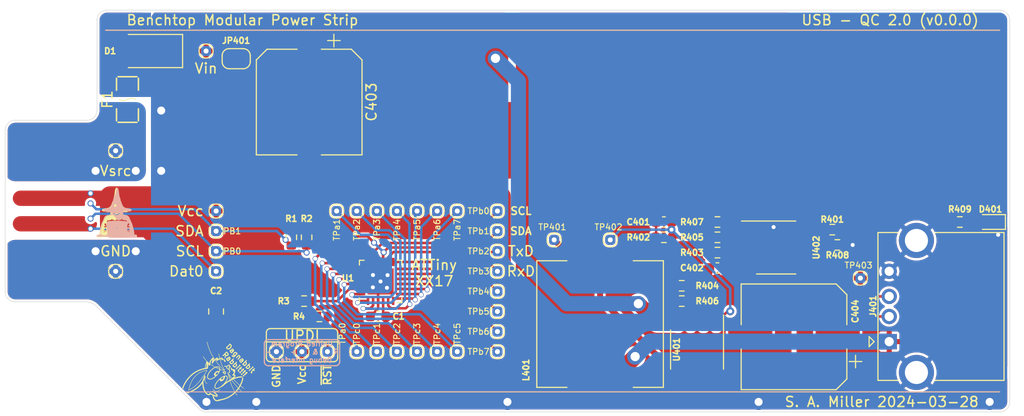
<source format=kicad_pcb>
(kicad_pcb (version 20211014) (generator pcbnew)
  (title_block (title "Benchtop Modular Power Strip") (date "2024-03-28") (rev "0.0.0") (company "S. A. Miller") (comment 1 "USB") (comment 2 "QC 2.0"))
  (layers (0 "F.Cu" signal) (31 "B.Cu" signal) (34 "B.Paste" user) (35 "F.Paste" user) (36 "B.SilkS" user "B.Silkscreen") (37 "F.SilkS" user "F.Silkscreen") (38 "B.Mask" user) (39 "F.Mask" user) (44 "Edge.Cuts" user))
  (net 0 "")
  (net 1 "GND")
  (net 2 "~{RESET}")
  (net 3 "Dat0")
  (net 4 "PA4")
  (net 5 "PA5")
  (net 6 "PA6")
  (net 7 "PA7")
  (net 8 "PB2")
  (net 9 "PB3")
  (net 10 "PA1")
  (net 11 "PA2")
  (net 12 "PA3")
  (net 13 "PB0")
  (net 14 "PB1")
  (net 15 "PB4")
  (net 16 "PB5")
  (net 17 "PB6")
  (net 18 "PB7")
  (net 19 "PC2")
  (net 20 "PC3")
  (net 21 "PC4")
  (net 22 "PC5")
  (net 23 "Vsrc")
  (net 24 "Vin")
  (net 25 "/Source Power Rail/Vprot")
  (net 26 "/ATTinyXX17/PA0")
  (net 27 "I2C-Vcc")
  (net 28 "PC0")
  (net 29 "PC1")
  (net 30 "Vout")
  (net 31 "Net-(C401-Pad2)")
  (net 32 "Net-(C402-Pad2)")
  (net 33 "VswA")
  (net 34 "Net-(D401-Pad2)")
  (net 35 "Net-(J401-Pad2)")
  (net 36 "Net-(J401-Pad3)")
  (net 37 "/USB-QC/Vmid")
  (net 38 "Net-(R403-Pad1)")
  (net 39 "Net-(R404-Pad1)")
  (net 40 "Net-(R405-Pad1)")
  (net 41 "Net-(R406-Pad1)")
  (net 42 "Net-(R408-Pad1)")
  (footprint "tinker:TestPoint_THTPad_D1.0mm_Drill0.5mm" (layer "F.Cu") (at 87 114)
    (fp_text reference "TPc1")
    (fp_text value "CtrlC" hide)
  )
  (footprint "tinker:TestPoint_THTPad_D1.0mm_Drill0.5mm" (layer "F.Cu") (at 135.128 106.68)
    (fp_text reference "TP403")
    (fp_text value "Vout" hide)
  )
  (footprint "Capacitor_SMD:C_0805_2012Metric" (layer "F.Cu") (at 71 110 -90)
    (fp_text reference "C2")
    (fp_text value "4.7uF")
  )
  (footprint "Resistor_SMD:R_0603_1608Metric" (layer "F.Cu") (at 79.756 108.966)
    (fp_text reference "R3")
    (fp_text value "10k")
  )
  (footprint "tinker:TestPoint_THTPad_D1.0mm_Drill0.5mm" (layer "F.Cu") (at 71 106)
    (fp_text reference "TP3" hide)
    (fp_text value "Dat0" hide)
  )
  (footprint "tinker:TestPoint_THTPad_D1.0mm_Drill0.5mm" (layer "F.Cu") (at 61 94)
    (fp_text reference "TP1" hide)
    (fp_text value "Vsrc" hide)
  )
  (footprint "tinker:TestPoint_THTPad_D1.0mm_Drill0.5mm" (layer "F.Cu") (at 93 114 90)
    (fp_text reference "TPc4")
    (fp_text value "CtrlC" hide)
  )
  (footprint "Capacitor_SMD:C_0603_1608Metric" (layer "F.Cu") (at 87.122 110.49 180)
    (fp_text reference "C1")
    (fp_text value "100nF")
  )
  (footprint "Capacitor_SMD:CP_Elec_10x7.7" (layer "F.Cu") (at 80.264 89.154 -90)
    (fp_text reference "C403")
    (fp_text value "100u")
  )
  (footprint "tinker:TestPoint_THTPad_D1.0mm_Drill0.5mm" (layer "F.Cu") (at 99 108)
    (fp_text reference "TPb4")
    (fp_text value "CtrlB" hide)
  )
  (footprint "tinker:F1206" (layer "F.Cu") (at 62.176 88.9 90)
    (fp_text reference "F1")
    (fp_text value "Polyfuse" hide)
  )
  (footprint "Resistor_SMD:R_0603_1608Metric" (layer "F.Cu") (at 78.486 102.616 -90)
    (fp_text reference "R1")
    (fp_text value "10k")
  )
  (footprint "tinker:TestPoint_THTPad_D1.0mm_Drill0.5mm" (layer "F.Cu") (at 85 100 90)
    (fp_text reference "TPa2")
    (fp_text value "CtrlA" hide)
  )
  (footprint "tinker:TestPoint_THTPad_D1.0mm_Drill0.5mm" (layer "F.Cu") (at 95 114 90)
    (fp_text reference "TPc5")
    (fp_text value "CtrlC" hide)
  )
  (footprint "Resistor_SMD:R_0603_1608Metric" (layer "F.Cu") (at 117.348 107.442 180)
    (fp_text reference "R404")
    (fp_text value "NC")
  )
  (footprint "Package_SO:SSOP-8_3.9x5.05mm_P1.27mm" (layer "F.Cu") (at 118.872 113.792 -90)
    (fp_text reference "U401")
    (fp_text value "PL2733A")
  )
  (footprint "Resistor_SMD:R_0603_1608Metric" (layer "F.Cu") (at 81.28 110.49)
    (fp_text reference "R4")
    (fp_text value "330R")
  )
  (footprint "Resistor_SMD:R_0603_1608Metric" (layer "F.Cu") (at 132.842 103.378)
    (fp_text reference "R408")
    (fp_text value "127K")
  )
  (footprint "Resistor_SMD:R_0603_1608Metric" (layer "F.Cu") (at 117.348 108.966 180)
    (fp_text reference "R406")
    (fp_text value "82K")
  )
  (footprint "tinker:TestPoint_THTPad_D1.0mm_Drill0.5mm" (layer "F.Cu") (at 110.236 102.87)
    (fp_text reference "TP402")
    (fp_text value "FB" hide)
  )
  (footprint "tinker:USB_A_Female_THT" (layer "F.Cu") (at 138 113 90)
    (fp_text reference "J401")
    (fp_text value "USB_A")
  )
  (footprint "tinker:TestPoint_THTPad_D1.0mm_Drill0.5mm" (layer "F.Cu") (at 89 100 90)
    (fp_text reference "TPa4")
    (fp_text value "CtrlA" hide)
  )
  (footprint "tinker:TestPoint_THTPad_D1.0mm_Drill0.5mm" (layer "F.Cu") (at 77 114 90)
    (fp_text reference "TP9" hide)
    (fp_text value "GND" hide)
  )
  (footprint "tinker:TestPoint_THTPad_D1.0mm_Drill0.5mm" (layer "F.Cu") (at 99 102)
    (fp_text reference "TPb1")
    (fp_text value "CtrlB" hide)
  )
  (footprint "tinker:TestPoint_THTPad_D1.0mm_Drill0.5mm" (layer "F.Cu") (at 89 114 90)
    (fp_text reference "TPc2")
    (fp_text value "CtrlC" hide)
  )
  (footprint "tinker:TestPoint_THTPad_D1.0mm_Drill0.5mm" (layer "F.Cu") (at 95 100 90)
    (fp_text reference "TPa7")
    (fp_text value "CtrlA" hide)
  )
  (footprint "Package_DFN_QFN:QFN-24-1EP_4x4mm_P0.5mm_EP2.6x2.6mm" (layer "F.Cu") (at 87.376 107.01 90)
    (fp_text reference "U1")
    (fp_text value "ATtiny1617")
  )
  (footprint "tinker:NerdMage" (layer "F.Cu") (at 61.11668 100.076)
    (fp_text reference "G***" hide)
    (fp_text value "LOGO" hide)
  )
  (footprint "tinker:TestPoint_THTPad_D1.0mm_Drill0.5mm" (layer "F.Cu") (at 85 114)
    (fp_text reference "TPc0")
    (fp_text value "CtrlC" hide)
  )
  (footprint "Resistor_SMD:R_0603_1608Metric" (layer "F.Cu") (at 120.904 102.616 180)
    (fp_text reference "R405")
    (fp_text value "137K")
  )
  (footprint "tinker:TestPoint_THTPad_D1.0mm_Drill0.5mm" (layer "F.Cu") (at 70 84.074)
    (fp_text reference "TP2" hide)
    (fp_text value "Vin" hide)
  )
  (footprint "Capacitor_SMD:C_0603_1608Metric" (layer "F.Cu") (at 120.904 105.664)
    (fp_text reference "C402")
    (fp_text value "220n")
  )
  (footprint "Jumper:SolderJumper-2_P1.3mm_Bridged_RoundedPad1.0x1.5mm" (layer "F.Cu") (at 73 84.836)
    (fp_text reference "JP401")
    (fp_text value "Jumper_2_Bridged")
  )
  (footprint "tinker:TestPoint_THTPad_D1.0mm_Drill0.5mm" (layer "F.Cu") (at 104.648 102.87)
    (fp_text reference "TP401")
    (fp_text value "Vmid" hide)
  )
  (footprint "tinker:TestPoint_THTPad_D1.0mm_Drill0.5mm" (layer "F.Cu") (at 99 110)
    (fp_text reference "TPb5")
    (fp_text value "CtrlB" hide)
  )
  (footprint "tinker:TestPoint_THTPad_D1.0mm_Drill0.5mm" (layer "F.Cu") (at 61 106)
    (fp_text reference "TP7" hide)
    (fp_text value "GND" hide)
  )
  (footprint "Capacitor_SMD:C_0603_1608Metric" (layer "F.Cu") (at 115.570001 101.092)
    (fp_text reference "C401")
    (fp_text value "200p")
  )
  (footprint "tinker:DagNabbit" (layer "F.Cu") (at 71.04 116.6 135)
    (fp_text reference "REF**" hide)
    (fp_text value "DagNabbit" hide)
  )
  (footprint "Resistor_SMD:R_0603_1608Metric" (layer "F.Cu") (at 120.904 104.14 180)
    (fp_text reference "R403")
    (fp_text value "187K")
  )
  (footprint "tinker:TestPoint_THTPad_D1.0mm_Drill0.5mm" (layer "F.Cu") (at 82.08 114 90)
    (fp_text reference "TPa0")
    (fp_text value "~{RESET}" hide)
  )
  (footprint "tinker:TestPoint_THTPad_D1.0mm_Drill0.5mm" (layer "F.Cu") (at 93 100 90)
    (fp_text reference "TPa6")
    (fp_text value "CtrlA" hide)
  )
  (footprint "tinker:TestPoint_THTPad_D1.0mm_Drill0.5mm" (layer "F.Cu") (at 83 100 90)
    (fp_text reference "TPa1")
    (fp_text value "CtrlA" hide)
  )
  (footprint "tinker:TestPoint_THTPad_D1.0mm_Drill0.5mm" (layer "F.Cu") (at 99 104)
    (fp_text reference "TPb2")
    (fp_text value "CtrlB" hide)
  )
  (footprint "tinker:TestPoint_THTPad_D1.0mm_Drill0.5mm" (layer "F.Cu") (at 71 104)
    (fp_text reference "TP6" hide)
    (fp_text value "Dat3" hide)
  )
  (footprint "Inductor_SMD:L_12x12mm_H8mm" (layer "F.Cu") (at 109.22 111.252 -90)
    (fp_text reference "L401")
    (fp_text value "47uH")
  )
  (footprint "tinker:TestPoint_THTPad_D1.0mm_Drill0.5mm" (layer "F.Cu") (at 79.54 114 90)
    (fp_text reference "TP8" hide)
    (fp_text value "I2C-Vcc" hide)
  )
  (footprint "Resistor_SMD:R_0603_1608Metric" (layer "F.Cu") (at 145.034 101.092)
    (fp_text reference "R409")
    (fp_text value "?")
  )
  (footprint "Resistor_SMD:R_0603_1608Metric" (layer "F.Cu") (at 80.01 102.616 -90)
    (fp_text reference "R2")
    (fp_text value "10k")
  )
  (footprint "Resistor_SMD:R_0603_1608Metric" (layer "F.Cu") (at 115.57 102.616)
    (fp_text reference "R402")
    (fp_text value "470K")
  )
  (footprint "tinker:TestPoint_THTPad_D1.0mm_Drill0.5mm" (layer "F.Cu") (at 91 100 90)
    (fp_text reference "TPa5")
    (fp_text value "CtrlA" hide)
  )
  (footprint "tinker:TestPoint_THTPad_D1.0mm_Drill0.5mm" (layer "F.Cu") (at 99 114)
    (fp_text reference "TPb7")
    (fp_text value "CtrlB" hide)
  )
  (footprint "tinker:TestPoint_THTPad_D1.0mm_Drill0.5mm" (layer "F.Cu") (at 99 100)
    (fp_text reference "TPb0")
    (fp_text value "CtrlB" hide)
  )
  (footprint "LED_SMD:LED_0603_1608Metric" (layer "F.Cu") (at 148.082 101.092 180)
    (fp_text reference "D401")
    (fp_text value "LED")
  )
  (footprint "Diode_SMD:D_SMA" (layer "F.Cu") (at 64.262 84.074 180)
    (fp_text reference "D1")
    (fp_text value "D_Schottky")
  )
  (footprint "Resistor_SMD:R_0603_1608Metric" (layer "F.Cu") (at 132.334 101.854 180)
    (fp_text reference "R401")
    (fp_text value "2K2")
  )
  (footprint "tinker:TestPoint_THTPad_D1.0mm_Drill0.5mm" (layer "F.Cu") (at 99 106)
    (fp_text reference "TPb3")
    (fp_text value "CtrlB" hide)
  )
  (footprint "Capacitor_SMD:CP_Elec_10x7.7" (layer "F.Cu") (at 128.524 112.522 180)
    (fp_text reference "C404")
    (fp_text value "220u")
  )
  (footprint "tinker:TestPoint_THTPad_D1.0mm_Drill0.5mm" (layer "F.Cu") (at 91 114 90)
    (fp_text reference "TPc3")
    (fp_text value "CtrlC" hide)
  )
  (footprint "tinker:TestPoint_THTPad_D1.0mm_Drill0.5mm" (layer "F.Cu") (at 87 100 90)
    (fp_text reference "TPa3")
    (fp_text value "CtrlA" hide)
  )
  (footprint "Package_SO:SSOP-8_3.9x5.05mm_P1.27mm" (layer "F.Cu") (at 126.746 103.632)
    (fp_text reference "U402")
    (fp_text value "FP6600")
  )
  (footprint "tinker:TestPoint_THTPad_D1.0mm_Drill0.5mm" (layer "F.Cu") (at 71 100)
    (fp_text reference "TP4" hide)
    (fp_text value "Dat1" hide)
  )
  (footprint "Resistor_SMD:R_0603_1608Metric" (layer "F.Cu") (at 120.904 101.092)
    (fp_text reference "R407")
    (fp_text value "150K")
  )
  (footprint "tinker:TestPoint_THTPad_D1.0mm_Drill0.5mm" (layer "F.Cu") (at 71 102)
    (fp_text reference "TP5" hide)
    (fp_text value "Dat2" hide)
  )
  (footprint "tinker:TestPoint_THTPad_D1.0mm_Drill0.5mm" (layer "F.Cu") (at 99 112)
    (fp_text reference "TPb6")
    (fp_text value "CtrlB" hide)
  )
  (footprint "tinker:NerdMage" (layer "B.Cu") (at 61.11668 100.076 180)
    (fp_text reference "G***" hide)
    (fp_text value "LOGO" hide)
  )
  (gr_arc (start 75.8 113.2) (mid 75.917157 112.917157) (end 76.2 112.8) (layer "B.SilkS") (width 0.12))
  (gr_line (start 68 118) (end 149 118) (layer "B.SilkS") (width 0.1))
  (gr_arc (start 83.3 115) (mid 83.182843 115.282843) (end 82.9 115.4) (layer "B.SilkS") (width 0.12))
  (gr_line (start 76.2 115.4) (end 82.9 115.4) (layer "B.SilkS") (width 0.12))
  (gr_line (start 83.3 113.2) (end 83.3 115) (layer "B.SilkS") (width 0.12))
  (gr_line (start 60 82) (end 149 82) (layer "B.SilkS") (width 0.1))
  (gr_arc (start 76.2 115.4) (mid 75.917157 115.282843) (end 75.8 115) (layer "B.SilkS") (width 0.12))
  (gr_arc (start 82.9 112.8) (mid 83.182843 112.917157) (end 83.3 113.2) (layer "B.SilkS") (width 0.12))
  (gr_line (start 82.9 112.8) (end 76.2 112.8) (layer "B.SilkS") (width 0.12))
  (gr_line (start 75.8 113.2) (end 75.8 115) (layer "B.SilkS") (width 0.12))
  (gr_line (start 76 112.1) (end 76 113.03) (layer "F.SilkS") (width 0.12))
  (gr_line (start 82.7 111.7) (end 76.4 111.7) (layer "F.SilkS") (width 0.12))
  (gr_line (start 76.4 115) (end 82.7 115) (layer "F.SilkS") (width 0.12))
  (gr_line (start 76 113.03) (end 76 114.6) (layer "F.SilkS") (width 0.12))
  (gr_line (start 60 82) (end 149 82) (layer "F.SilkS") (width 0.1))
  (gr_arc (start 82.7 111.7) (mid 82.982843 111.817157) (end 83.1 112.1) (layer "F.SilkS") (width 0.12))
  (gr_line (start 75 118) (end 149 118) (layer "F.SilkS") (width 0.1))
  (gr_line (start 83.1 114.6) (end 83.1 113.03) (layer "F.SilkS") (width 0.12))
  (gr_arc (start 76 112.1) (mid 76.117157 111.817157) (end 76.4 111.7) (layer "F.SilkS") (width 0.12))
  (gr_arc (start 76.4 115) (mid 76.117157 114.882843) (end 76 114.6) (layer "F.SilkS") (width 0.12))
  (gr_arc (start 83.1 114.6) (mid 82.982843 114.882843) (end 82.7 115) (layer "F.SilkS") (width 0.12))
  (gr_line (start 83.1 113.03) (end 76 113.03) (layer "F.SilkS") (width 0.12))
  (gr_line (start 83.1 113.03) (end 83.1 112.1) (layer "F.SilkS") (width 0.12))
  (gr_line (start 59.144 109.548) (end 69.144 119.548) (layer "Edge.Cuts") (width 0.05))
  (gr_arc (start 149 80) (mid 149.707107 80.292893) (end 150 81) (layer "Edge.Cuts") (width 0.05))
  (gr_arc (start 50 91.96) (mid 50.292893 91.252893) (end 51 90.96) (layer "Edge.Cuts") (width 0.05))
  (gr_line (start 50 108.04) (end 50 91.96) (layer "Edge.Cuts") (width 0.05))
  (gr_line (start 60.144 80) (end 149 80) (layer "Edge.Cuts") (width 0.05))
  (gr_arc (start 58.144 109.04) (mid 58.694524 109.194544) (end 59.144 109.548) (layer "Edge.Cuts") (width 0.05))
  (gr_line (start 59.144 81) (end 59.144 89.96) (layer "Edge.Cuts") (width 0.05))
  (gr_arc (start 59.144 81) (mid 59.436893 80.292893) (end 60.144 80) (layer "Edge.Cuts") (width 0.05))
  (gr_arc (start 150 119) (mid 149.707107 119.707107) (end 149 120) (layer "Edge.Cuts") (width 0.05))
  (gr_arc (start 70.144 120) (mid 69.594859 119.882718) (end 69.144 119.548) (layer "Edge.Cuts") (width 0.05))
  (gr_line (start 150 119) (end 150 81) (layer "Edge.Cuts") (width 0.05))
  (gr_line (start 51 90.96) (end 58.144 90.96) (layer "Edge.Cuts") (width 0.05))
  (gr_arc (start 51 109.04) (mid 50.292893 108.747107) (end 50 108.04) (layer "Edge.Cuts") (width 0.05))
  (gr_arc (start 59.144 89.96) (mid 58.851107 90.667107) (end 58.144 90.96) (layer "Edge.Cuts") (width 0.05))
  (gr_line (start 58.144 109.04) (end 51 109.04) (layer "Edge.Cuts") (width 0.05))
  (gr_line (start 149 120) (end 70.144 120) (layer "Edge.Cuts") (width 0.05))
  (gr_text "  Unified Program  \n R    &    +     - \n  Debug Interface  " (at 79.54 114.025) (layer "B.SilkS") (effects (font (size 0.5 0.5) (thickness 0.1)) (justify mirror)))
  (gr_text "${TITLE}" (at 62 81) (layer "F.SilkS") (effects (font (size 1 1)) (justify left)))
  (gr_text "${COMMENT1} - ${COMMENT2} (v${REVISION})" (at 147 81) (layer "F.SilkS") (effects (font (size 1 1)) (justify right)))
  (gr_text "GND" (at 77 115.2 90) (layer "F.SilkS") (effects (font (size 0.75 0.75)) (justify right)))
  (gr_text "Vin" (at 70 85.8) (layer "F.SilkS") (effects (font (size 1 1))))
  (gr_text "SCL" (at 69.85 104) (layer "F.SilkS") (effects (font (size 1 1)) (justify right)))
  (gr_text "~{RST}" (at 82.08 115.2 90) (layer "F.SilkS") (effects (font (size 0.75 0.75)) (justify right)))
  (gr_text "Vcc" (at 69.85 100) (layer "F.SilkS") (effects (font (size 1 1)) (justify right)))
  (gr_text "PB1" (at 71.65 102) (layer "F.SilkS") (effects (font (size 0.6 0.6) (thickness 0.1)) (justify left)))
  (gr_text "SDA" (at 69.85 102) (layer "F.SilkS") (effects (font (size 1 1)) (justify right)))
  (gr_text "TxD" (at 101.346 104) (layer "F.SilkS") (effects (font (size 1 1))))
  (gr_text "Vsrc" (at 61 96) (layer "F.SilkS") (effects (font (size 1 1))))
  (gr_text "UPDI" (at 79.54 112.4) (layer "F.SilkS") (effects (font (size 1 1))))
  (gr_text "Vcc" (at 79.54 115.2 90) (layer "F.SilkS") (effects (font (size 0.75 0.75)) (justify right)))
  (gr_text "RxD" (at 101.346 106) (layer "F.SilkS") (effects (font (size 1 1))))
  (gr_text "SDA" (at 101.346 102) (layer "F.SilkS") (effects (font (size 0.75 0.75))))
  (gr_text "SCL" (at 101.346 100) (layer "F.SilkS") (effects (font (size 0.75 0.75))))
  (gr_text "Dat0" (at 69.85 106) (layer "F.SilkS") (effects (font (size 1 1)) (justify right)))
  (gr_text "ATTiny\nXX17" (at 92.71 106.172) (layer "F.SilkS") (effects (font (size 1 1))))
  (gr_text "${COMPANY} ${ISSUE_DATE}" (at 147 119) (layer "F.SilkS") (effects (font (size 1 1)) (justify right)))
  (gr_text "GND" (at 61 104) (layer "F.SilkS") (effects (font (size 1 1))))
  (gr_text "PB0" (at 71.65 104) (layer "F.SilkS") (effects (font (size 0.6 0.6) (thickness 0.1)) (justify left)))
  (segment (start 87.126 107.26) (end 87.376 107.01) (width 0.25) (layer "F.Cu") (net 1))
  (segment (start 87.126 109.711) (end 87.126 108.9475) (width 0.25) (layer "F.Cu") (net 1))
  (segment (start 148.844 102.362) (end 148.844 101.1175) (width 0.5) (layer "F.Cu") (net 1))
  (segment (start 86.347 110.49) (end 87.126 109.711) (width 0.25) (layer "F.Cu") (net 1))
  (segment (start 134.366 103.378) (end 133.667 103.378) (width 0.5) (layer "F.Cu") (net 1))
  (segment (start 87.126 108.9475) (end 87.126 107.26) (width 0.25) (layer "F.Cu") (net 1))
  (segment (start 148.844 101.1175) (end 148.8695 101.092) (width 0.5) (layer "F.Cu") (net 1))
  (via (at 70.04 119) (size 1.6) (drill 0.8) (layers "F.Cu" "B.Cu") (net 1))
  (via (at 65.532 90) (size 1.6) (drill 0.8) (layers "F.Cu" "B.Cu") (net 1))
  (via (at 75 119) (size 1.6) (drill 0.8) (layers "F.Cu" "B.Cu") (net 1))
  (via (at 63 104) (size 1.6) (drill 0.8) (layers "F.Cu" "B.Cu") (net 1))
  (via (at 148 119) (size 1.6) (drill 0.8) (layers "F.Cu" "B.Cu") (net 1))
  (via (at 86.602225 107.596737) (size 0.8) (drill 0.4) (layers "F.Cu" "B.Cu") (net 1))
  (via (at 87.366058 107.01) (size 0.8) (drill 0.4) (layers "F.Cu" "B.Cu") (net 1))
  (via (at 148.844 102.362) (size 0.8) (drill 0.4) (layers "F.Cu" "B.Cu") (net 1))
  (via (at 88.062376 106.383869) (size 0.8) (drill 0.4) (layers "F.Cu" "B.Cu") (net 1))
  (via (at 100 119) (size 1.6) (drill 0.8) (layers "F.Cu" "B.Cu") (net 1))
  (via (at 65.532 96) (size 1.6) (drill 0.8) (layers "F.Cu" "B.Cu") (net 1))
  (via (at 59 104) (size 1.6) (drill 0.8) (layers "F.Cu" "B.Cu") (net 1))
  (via (at 86.614 106.372094) (size 0.8) (drill 0.4) (layers "F.Cu" "B.Cu") (net 1))
  (via (at 134.366 103.378) (size 0.8) (drill 0.4) (layers "F.Cu" "B.Cu") (net 1))
  (via (at 88.003499 107.643839) (size 0.8) (drill 0.4) (layers "F.Cu" "B.Cu") (net 1))
  (via (at 125 119) (size 1.6) (drill 0.8) (layers "F.Cu" "B.Cu") (net 1))
  (via (at 126.492 101.6) (size 0.8) (drill 0.4) (layers "F.Cu" "B.Cu") (net 1))
  (segment (start 82.08 110.515) (end 82.08 114) (width 0.25) (layer "F.Cu") (net 2))
  (via (at 58.5 101.76) (size 0.6) (drill 0.4) (layers "F.Cu" "B.Cu") (net 3))
  (segment (start 66.76 101.76) (end 58.5 101.76) (width 0.25) (layer "B.Cu") (net 3))
  (segment (start 71 106) (end 66.76 101.76) (width 0.25) (layer "B.Cu") (net 3))
  (segment (start 88.402992 109.685) (end 89.876994 109.685) (width 0.25) (layer "F.Cu") (net 4))
  (segment (start 89.876994 109.685) (end 90.275494 109.2865) (width 0.25) (layer "F.Cu") (net 4))
  (segment (start 88.126 109.408008) (end 88.402992 109.685) (width 0.25) (layer "F.Cu") (net 4))
  (segment (start 88.126 108.9475) (end 88.126 109.408008) (width 0.25) (layer "F.Cu") (net 4))
  (via (at 90.275494 109.2865) (size 0.5) (drill 0.4) (layers "F.Cu" "B.Cu") (net 4))
  (segment (start 90.241265 109.252271) (end 90.241265 101.241265) (width 0.25) (layer "B.Cu") (net 4))
  (segment (start 90.275494 109.2865) (end 90.241265 109.252271) (width 0.25) (layer "B.Cu") (net 4))
  (segment (start 90.241265 101.241265) (end 89 100) (width 0.25) (layer "B.Cu") (net 4))
  (segment (start 90.693265 108.7115) (end 88.862 108.7115) (width 0.25) (layer "F.Cu") (net 5))
  (segment (start 90.816265 108.8345) (end 90.693265 108.7115) (width 0.25) (layer "F.Cu") (net 5))
  (segment (start 88.862 108.7115) (end 88.626 108.9475) (width 0.25) (layer "F.Cu") (net 5))
  (via (at 90.816265 108.8345) (size 0.5) (drill 0.4) (layers "F.Cu" "B.Cu") (net 5))
  (segment (start 90.816265 108.8345) (end 90.816265 100.183735) (width 0.25) (layer "B.Cu") (net 5))
  (segment (start 90.816265 100.183735) (end 91 100) (width 0.25) (layer "B.Cu") (net 5))
  (segment (start 89.3135 108.26) (end 91.330846 108.26) (width 0.25) (layer "F.Cu") (net 6))
  (segment (start 91.330846 108.26) (end 91.405346 108.3345) (width 0.25) (layer "F.Cu") (net 6))
  (via (at 91.405346 108.3345) (size 0.5) (drill 0.4) (layers "F.Cu" "B.Cu") (net 6))
  (segment (start 91.405346 108.3345) (end 91.405346 101.594654) (width 0.25) (layer "B.Cu") (net 6))
  (segment (start 91.405346 101.594654) (end 93 100) (width 0.25) (layer "B.Cu") (net 6))
  (segment (start 89.3135 107.76) (end 91.94275 107.76) (width 0.25) (layer "F.Cu") (net 7))
  (segment (start 91.94275 107.76) (end 92.01725 107.8345) (width 0.25) (layer "F.Cu") (net 7))
  (via (at 92.01725 107.8345) (size 0.5) (drill 0.4) (layers "F.Cu" "B.Cu") (net 7))
  (segment (start 92.01725 107.8345) (end 92.01725 102.98275) (width 0.25) (layer "B.Cu") (net 7))
  (segment (start 92.01725 102.98275) (end 95 100) (width 0.25) (layer "B.Cu") (net 7))
  (segment (start 88.126 105.0725) (end 88.126 104.611992) (width 0.25) (layer "F.Cu") (net 8))
  (segment (start 88.126 104.611992) (end 88.655992 104.082) (width 0.25) (layer "F.Cu") (net 8))
  (segment (start 88.655992 104.082) (end 98.918 104.082) (width 0.25) (layer "F.Cu") (net 8))
  (segment (start 88.626 105.0725) (end 98.0725 105.0725) (width 0.25) (layer "F.Cu") (net 9))
  (segment (start 99 106) (end 98.0725 105.0725) (width 0.25) (layer "F.Cu") (net 9))
  (segment (start 84.6005 108.26) (end 85.4385 108.26) (width 0.25) (layer "F.Cu") (net 10))
  (segment (start 84.526 108.3345) (end 84.6005 108.26) (width 0.25) (layer "F.Cu") (net 10))
  (via (at 84.526 108.3345) (size 0.5) (drill 0.4) (layers "F.Cu" "B.Cu") (net 10))
  (segment (start 88.891265 103.164057) (end 88.891265 108.017604) (width 0.25) (layer "B.Cu") (net 10))
  (segment (start 84.7465 108.555) (end 84.526 108.3345) (width 0.25) (layer "B.Cu") (net 10))
  (segment (start 85.362 102.362) (end 88.089208 102.362) (width 0.25) (layer "B.Cu") (net 10))
  (segment (start 88.353869 108.555) (end 84.7465 108.555) (width 0.25) (layer "B.Cu") (net 10))
  (segment (start 88.089208 102.362) (end 88.891265 103.164057) (width 0.25) (layer "B.Cu") (net 10))
  (segment (start 88.891265 108.017604) (end 88.353869 108.555) (width 0.25) (layer "B.Cu") (net 10))
  (segment (start 83 100) (end 85.362 102.362) (width 0.25) (layer "B.Cu") (net 10))
  (segment (start 85.09 109.1295) (end 85.272 108.9475) (width 0.25) (layer "F.Cu") (net 11))
  (segment (start 85.272 108.9475) (end 86.126 108.9475) (width 0.25) (layer "F.Cu") (net 11))
  (via (at 85.09 109.1295) (size 0.5) (drill 0.4) (layers "F.Cu" "B.Cu") (net 11))
  (segment (start 89.341265 108.204) (end 88.415765 109.1295) (width 0.25) (layer "B.Cu") (net 11))
  (segment (start 89.341265 102.977661) (end 89.341265 108.204) (width 0.25) (layer "B.Cu") (net 11))
  (segment (start 88.275604 101.912) (end 89.341265 102.977661) (width 0.25) (layer "B.Cu") (net 11))
  (segment (start 85 100) (end 86.912 101.912) (width 0.25) (layer "B.Cu") (net 11))
  (segment (start 88.415765 109.1295) (end 85.09 109.1295) (width 0.25) (layer "B.Cu") (net 11))
  (segment (start 86.912 101.912) (end 88.275604 101.912) (width 0.25) (layer "B.Cu") (net 11))
  (segment (start 86.344008 109.69) (end 85.65 109.69) (width 0.25) (layer "F.Cu") (net 12))
  (segment (start 86.626 108.9475) (end 86.626 109.408008) (width 0.25) (layer "F.Cu") (net 12))
  (segment (start 86.626 109.408008) (end 86.344008 109.69) (width 0.25) (layer "F.Cu") (net 12))
  (segment (start 85.65 109.69) (end 85.636 109.704) (width 0.25) (layer "F.Cu") (net 12))
  (via (at 85.636 109.704) (size 0.5) (drill 0.4) (layers "F.Cu" "B.Cu") (net 12))
  (segment (start 88.9 109.728) (end 89.791265 108.836735) (width 0.25) (layer "B.Cu") (net 12))
  (segment (start 89.791265 102.791265) (end 87 100) (width 0.25) (layer "B.Cu") (net 12))
  (segment (start 85.66 109.728) (end 88.9 109.728) (width 0.25) (layer "B.Cu") (net 12))
  (segment (start 85.636 109.704) (end 85.66 109.728) (width 0.25) (layer "B.Cu") (net 12))
  (segment (start 89.791265 108.836735) (end 89.791265 102.791265) (width 0.25) (layer "B.Cu") (net 12))
  (segment (start 95.818 103.182) (end 99 100) (width 0.25) (layer "F.Cu") (net 13))
  (segment (start 87.126 104.475596) (end 86.702202 104.051798) (width 0.25) (layer "F.Cu") (net 13))
  (segment (start 87.572 103.182) (end 86.702202 104.051798) (width 0.25) (layer "F.Cu") (net 13))
  (segment (start 87.126 105.0725) (end 87.126 104.475596) (width 0.25) (layer "F.Cu") (net 13))
  (segment (start 88.704 103.182) (end 87.572 103.182) (width 0.25) (layer "F.Cu") (net 13))
  (segment (start 80.01 104.14) (end 80.01 103.441) (width 0.25) (layer "F.Cu") (net 13))
  (segment (start 88.704 103.182) (end 95.818 103.182) (width 0.25) (layer "F.Cu") (net 13))
  (segment (start 86.702202 104.051798) (end 86.091404 103.441) (width 0.25) (layer "F.Cu") (net 13))
  (segment (start 86.091404 103.441) (end 80.01 103.441) (width 0.25) (layer "F.Cu") (net 13))
  (via (at 80.01 104.14) (size 0.6) (drill 0.4) (layers "F.Cu" "B.Cu") (net 13))
  (via (at 58.5 100.76) (size 0.6) (drill 0.4) (layers "F.Cu" "B.Cu") (net 13))
  (segment (start 58.988 100.272) (end 58.5 100.76) (width 0.25) (layer "B.Cu") (net 13))
  (segment (start 79.87 104) (end 71 104) (width 0.25) (layer "B.Cu") (net 13))
  (segment (start 80.01 104.14) (end 79.87 104) (width 0.25) (layer "B.Cu") (net 13))
  (segment (start 67.272 100.272) (end 58.988 100.272) (width 0.25) (layer "B.Cu") (net 13))
  (segment (start 71 104) (end 67.272 100.272) (width 0.25) (layer "B.Cu") (net 13))
  (segment (start 79.4065 102.5205) (end 78.486 103.441) (width 0.25) (layer "F.Cu") (net 14))
  (segment (start 87.626 104.144) (end 88.138 103.632) (width 0.25) (layer "F.Cu") (net 14))
  (segment (start 88.138 103.632) (end 97.368 103.632) (width 0.25) (layer "F.Cu") (net 14))
  (segment (start 86.719221 103.151601) (end 86.08362 102.516) (width 0.25) (layer "F.Cu") (net 14))
  (segment (start 77.915 102.87) (end 78.486 103.441) (width 0.25) (layer "F.Cu") (net 14))
  (segment (start 86.719221 103.151601) (end 86.08812 102.5205) (width 0.25) (layer "F.Cu") (net 14))
  (segment (start 86.08812 102.5205) (end 79.4065 102.5205) (width 0.25) (layer "F.Cu") (net 14))
  (segment (start 86.08362 102.516) (end 84.428 102.516) (width 0.25) (layer "F.Cu") (net 14))
  (segment (start 87.626 104.171934) (end 87.626 105.0725) (width 0.25) (layer "F.Cu") (net 14))
  (segment (start 87.682777 104.115157) (end 87.626 104.171934) (width 0.25) (layer "F.Cu") (net 14))
  (segment (start 84.428 102.516) (end 79.411 102.516) (width 0.25) (layer "F.Cu") (net 14))
  (segment (start 97.368 103.632) (end 99 102) (width 0.25) (layer "F.Cu") (net 14))
  (segment (start 87.626 105.0725) (end 87.626 104.144) (width 0.25) (layer "F.Cu") (net 14))
  (segment (start 79.411 102.516) (end 79.4065 102.5205) (width 0.25) (layer "F.Cu") (net 14))
  (segment (start 85.036 102.516) (end 84.428 102.516) (width 0.25) (layer "F.Cu") (net 14))
  (via (at 86.719221 103.151601) (size 0.6) (drill 0.4) (layers "F.Cu" "B.Cu") (net 14))
  (via (at 58.5 99.24) (size 0.6) (drill 0.4) (layers "F.Cu" "B.Cu") (net 14))
  (via (at 87.682777 104.115157) (size 0.6) (drill 0.4) (layers "F.Cu" "B.Cu") (net 14))
  (via (at 77.915 102.87) (size 0.6) (drill 0.4) (layers "F.Cu" "B.Cu") (net 14))
  (segment (start 59.082 99.822) (end 63.5 99.822) (width 0.25) (layer "B.Cu") (net 14))
  (segment (start 77.045 102) (end 71 102) (width 0.25) (layer "B.Cu") (net 14))
  (segment (start 77.915 102.87) (end 77.045 102) (width 0.25) (layer "B.Cu") (net 14))
  (segment (start 71 102) (end 68.822 99.822) (width 0.25) (layer "B.Cu") (net 14))
  (segment (start 68.822 99.822) (end 63.5 99.822) (width 0.25) (layer "B.Cu") (net 14))
  (segment (start 58.5 99.24) (end 59.082 99.822) (width 0.25) (layer "B.Cu") (net 14))
  (segment (start 86.719221 103.151601) (end 87.682777 104.115157) (width 0.25) (layer "B.Cu") (net 14))
  (segment (start 96.76 105.76) (end 99 108) (width 0.25) (layer "F.Cu") (net 15))
  (segment (start 89.3135 105.76) (end 96.76 105.76) (width 0.25) (layer "F.Cu") (net 15))
  (segment (start 89.3135 106.26) (end 95.26 106.26) (width 0.25) (layer "F.Cu") (net 16))
  (segment (start 95.26 106.26) (end 99 110) (width 0.25) (layer "F.Cu") (net 16))
  (segment (start 89.3135 106.76) (end 93.76 106.76) (width 0.25) (layer "F.Cu") (net 17))
  (segment (start 93.76 106.76) (end 99 112) (width 0.25) (layer "F.Cu") (net 17))
  (segment (start 92.26 107.26) (end 99 114) (width 0.25) (layer "F.Cu") (net 18))
  (segment (start 89.3135 107.26) (end 92.26 107.26) (width 0.25) (layer "F.Cu") (net 18))
  (segment (start 82.04302 105.76102) (end 82.04404 105.76) (width 0.25) (layer "F.Cu") (net 19))
  (segment (start 82.04404 105.76) (end 85.4385 105.76) (width 0.25) (layer "F.Cu") (net 19))
  (via (at 82.04302 105.76102) (size 0.5) (drill 0.4) (layers "F.Cu" "B.Cu") (net 19))
  (segment (start 86.629 111.629) (end 84.501812 111.629) (width 0.25) (layer "B.Cu") (net 19))
  (segment (start 84.501812 111.629) (end 82.04302 109.170208) (width 0.25) (layer "B.Cu") (net 19))
  (segment (start 89 114) (end 86.629 111.629) (width 0.25) (layer "B.Cu") (net 19))
  (segment (start 82.04302 109.170208) (end 82.04302 105.76102) (width 0.25) (layer "B.Cu") (net 19))
  (segment (start 82.638 106.3345) (end 82.7125 106.26) (width 0.25) (layer "F.Cu") (net 20))
  (segment (start 82.7125 106.26) (end 85.4385 106.26) (width 0.25) (layer "F.Cu") (net 20))
  (via (at 82.638 106.3345) (size 0.5) (drill 0.4) (layers "F.Cu" "B.Cu") (net 20))
  (segment (start 84.688208 111.179) (end 82.638 109.128792) (width 0.25) (layer "B.Cu") (net 20))
  (segment (start 88.179 111.179) (end 84.688208 111.179) (width 0.25) (layer "B.Cu") (net 20))
  (segment (start 91 114) (end 88.179 111.179) (width 0.25) (layer "B.Cu") (net 20))
  (segment (start 82.638 109.128792) (end 82.638 106.3345) (width 0.25) (layer "B.Cu") (net 20))
  (segment (start 83.3065 106.76) (end 85.4385 106.76) (width 0.25) (layer "F.Cu") (net 21))
  (segment (start 83.232 106.8345) (end 83.3065 106.76) (width 0.25) (layer "F.Cu") (net 21))
  (via (at 83.232 106.8345) (size 0.5) (drill 0.4) (layers "F.Cu" "B.Cu") (net 21))
  (segment (start 89.729 110.729) (end 84.874604 110.729) (width 0.25) (layer "B.Cu") (net 21))
  (segment (start 83.173 106.8935) (end 83.232 106.8345) (width 0.25) (layer "B.Cu") (net 21))
  (segment (start 83.173 109.027396) (end 83.173 106.8935) (width 0.25) (layer "B.Cu") (net 21))
  (segment (start 84.874604 110.729) (end 83.173 109.027396) (width 0.25) (layer "B.Cu") (net 21))
  (segment (start 93 114) (end 89.729 110.729) (width 0.25) (layer "B.Cu") (net 21))
  (segment (start 83.8225 107.26) (end 85.4385 107.26) (width 0.25) (layer "F.Cu") (net 22))
  (segment (start 83.748 107.3345) (end 83.8225 107.26) (width 0.25) (layer "F.Cu") (net 22))
  (via (at 83.748 107.3345) (size 0.5) (drill 0.4) (layers "F.Cu" "B.Cu") (net 22))
  (segment (start 83.748 108.966) (end 83.748 107.3345) (width 0.25) (layer "B.Cu") (net 22))
  (segment (start 85.061 110.279) (end 83.748 108.966) (width 0.25) (layer "B.Cu") (net 22))
  (segment (start 91.279 110.279) (end 85.061 110.279) (width 0.25) (layer "B.Cu") (net 22))
  (segment (start 95 114) (end 91.279 110.279) (width 0.25) (layer "B.Cu") (net 22))
  (via (at 63 96) (size 1.6) (drill 0.8) (layers "F.Cu" "B.Cu") (net 23))
  (via (at 59 96) (size 1.6) (drill 0.8) (layers "F.Cu" "B.Cu") (net 23))
  (segment (start 84.264 107.76) (end 83.058 108.966) (width 0.25) (layer "F.Cu") (net 26))
  (segment (start 80.455 109.092) (end 80.581 108.966) (width 0.25) (layer "F.Cu") (net 26))
  (segment (start 85.4385 107.76) (end 84.264 107.76) (width 0.25) (layer "F.Cu") (net 26))
  (segment (start 80.455 110.49) (end 80.455 109.092) (width 0.25) (layer "F.Cu") (net 26))
  (segment (start 83.058 108.966) (end 80.581 108.966) (width 0.25) (layer "F.Cu") (net 26))
  (segment (start 87.626 110.219) (end 87.626 108.9475) (width 0.25) (layer "F.Cu") (net 27))
  (segment (start 87.897 110.49) (end 87.626 110.219) (width 0.25) (layer "F.Cu") (net 27))
  (via (at 58.5 98.24) (size 0.6) (drill 0.4) (layers "F.Cu" "B.Cu") (net 27))
  (segment (start 86.626 105.0725) (end 86.626 104.611992) (width 0.25) (layer "F.Cu") (net 28))
  (segment (start 86.626 104.611992) (end 86.218206 104.204198) (width 0.25) (layer "F.Cu") (net 28))
  (segment (start 81.392842 104.204198) (end 80.86052 104.73652) (width 0.25) (layer "F.Cu") (net 28))
  (segment (start 86.218206 104.204198) (end 81.392842 104.204198) (width 0.25) (layer "F.Cu") (net 28))
  (segment (start 80.86052 104.73652) (end 81.26204 104.335) (width 0.25) (layer "F.Cu") (net 28))
  (via (at 80.86052 104.73652) (size 0.5) (drill 0.4) (layers "F.Cu" "B.Cu") (net 28))
  (segment (start 80.86052 109.2605) (end 85 113.39998) (width 0.25) (layer "B.Cu") (net 28))
  (segment (start 85 113.39998) (end 85 114) (width 0.25) (layer "B.Cu") (net 28))
  (segment (start 80.86052 104.73652) (end 80.86052 109.2605) (width 0.25) (layer "B.Cu") (net 28))
  (segment (start 86.01198 105.18652) (end 86.126 105.0725) (width 0.25) (layer "F.Cu") (net 29))
  (segment (start 81.56452 105.18652) (end 86.01198 105.18652) (width 0.25) (layer "F.Cu") (net 29))
  (via (at 81.56452 105.18652) (size 0.5) (drill 0.4) (layers "F.Cu" "B.Cu") (net 29))
  (segment (start 87 114) (end 85.079 112.079) (width 0.25) (layer "B.Cu") (net 29))
  (segment (start 85.079 112.079) (end 84.315416 112.079) (width 0.25) (layer "B.Cu") (net 29))
  (segment (start 81.46802 109.231604) (end 81.46802 105.28302) (width 0.25) (layer "B.Cu") (net 29))
  (segment (start 81.46802 105.28302) (end 81.56452 105.18652) (width 0.25) (layer "B.Cu") (net 29))
  (segment (start 84.315416 112.079) (end 81.46802 109.231604) (width 0.25) (layer "B.Cu") (net 29))
  (segment (start 114.795001 101.092) (end 115.811001 100.076) (width 0.25) (layer "F.Cu") (net 30))
  (segment (start 131.381 100.076) (end 133.159 101.854) (width 0.25) (layer "F.Cu") (net 30))
  (segment (start 114.795001 102.565999) (end 114.745 102.616) (width 0.25) (layer "F.Cu") (net 30))
  (segment (start 112.711 114.489) (end 110.998 116.202) (width 1.6) (layer "F.Cu") (net 30))
  (segment (start 115.811001 100.076) (end 131.381 100.076) (width 0.25) (layer "F.Cu") (net 30))
  (segment (start 110.998 116.202) (end 109.22 116.202) (width 1.6) (layer "F.Cu") (net 30))
  (segment (start 114.795001 101.092) (end 114.795001 102.565999) (width 0.25) (layer "F.Cu") (net 30))
  (via (at 112.711 114.489) (size 1.524) (drill 0.92) (layers "F.Cu" "B.Cu") (net 30))
  (segment (start 112.711 114.489) (end 114.2 113) (width 1.6) (layer "B.Cu") (net 30))
  (segment (start 114.2 113) (end 138 113) (width 1.6) (layer "B.Cu") (net 30))
  (segment (start 116.345001 101.840999) (end 116.332 101.854) (width 0.25) (layer "F.Cu") (net 31))
  (segment (start 121.92 109.974) (end 120.777 111.117) (width 0.25) (layer "F.Cu") (net 31))
  (segment (start 122.174 109.982) (end 122.166 109.974) (width 0.25) (layer "F.Cu") (net 31))
  (segment (start 122.166 109.974) (end 121.92 109.974) (width 0.25) (layer "F.Cu") (net 31))
  (segment (start 116.345001 101.092) (end 116.345001 101.840999) (width 0.25) (layer "F.Cu") (net 31))
  (segment (start 116.395 102.616) (end 120.079 102.616) (width 0.25) (layer "F.Cu") (net 31))
  (segment (start 120.079 101.092) (end 120.079 104.14) (width 0.25) (layer "F.Cu") (net 31))
  (segment (start 116.395 102.616) (end 116.395 101.917) (width 0.25) (layer "F.Cu") (net 31))
  (segment (start 116.395 101.917) (end 116.332 101.854) (width 0.25) (layer "F.Cu") (net 31))
  (via (at 116.332 101.854) (size 0.8) (drill 0.4) (layers "F.Cu" "B.Cu") (net 31))
  (via (at 122.174 109.982) (size 0.8) (drill 0.4) (layers "F.Cu" "B.Cu") (net 31))
  (segment (start 111.252 101.854) (end 110.236 102.87) (width 0.25) (layer "B.Cu") (net 31))
  (segment (start 116.332 101.854) (end 111.252 101.854) (width 0.25) (layer "B.Cu") (net 31))
  (segment (start 122.174 107.696) (end 116.332 101.854) (width 0.25) (layer "B.Cu") (net 31))
  (segment (start 122.174 109.982) (end 122.174 107.696) (width 0.25) (layer "B.Cu") (net 31))
  (segment (start 124.841 105.537) (end 124.071 105.537) (width 0.25) (layer "F.Cu") (net 32))
  (segment (start 121.806 105.537) (end 121.679 105.664) (width 0.25) (layer "F.Cu") (net 32))
  (segment (start 124.071 105.537) (end 121.806 105.537) (width 0.25) (layer "F.Cu") (net 32))
  (segment (start 129.421 101.727) (end 128.651 101.727) (width 0.25) (layer "F.Cu") (net 32))
  (segment (start 129.421 101.727) (end 131.382 101.727) (width 0.25) (layer "F.Cu") (net 32))
  (segment (start 128.651 101.727) (end 124.841 105.537) (width 0.25) (layer "F.Cu") (net 32))
  (segment (start 131.382 101.727) (end 131.509 101.854) (width 0.25) (layer "F.Cu") (net 32))
  (segment (start 113.03 109.22) (end 114.927 111.117) (width 1.5) (layer "F.Cu") (net 33))
  (segment (start 114.927 111.117) (end 116.967 111.117) (width 1.5) (layer "F.Cu") (net 33))
  (via (at 113.03 109.22) (size 1.524) (drill 0.92) (layers "F.Cu" "B.Cu") (net 33))
  (via (at 98.806 84.804) (size 1.524) (drill 0.92) (layers "F.Cu" "B.Cu") (net 33))
  (segment (start 101.092 87.09) (end 98.806 84.804) (width 1.5) (layer "B.Cu") (net 33))
  (segment (start 101.092 104.394) (end 101.092 87.09) (width 1.5) (layer "B.Cu") (net 33))
  (segment (start 113.03 109.22) (end 105.918 109.22) (width 1.5) (layer "B.Cu") (net 33))
  (segment (start 105.918 109.22) (end 101.092 104.394) (width 1.5) (layer "B.Cu") (net 33))
  (segment (start 147.2945 101.092) (end 145.859 101.092) (width 0.25) (layer "F.Cu") (net 34))
  (segment (start 130.978604 105.537) (end 135.941604 110.5) (width 0.25) (layer "F.Cu") (net 35))
  (segment (start 129.421 105.537) (end 130.978604 105.537) (width 0.25) (layer "F.Cu") (net 35))
  (segment (start 135.941604 110.5) (end 138 110.5) (width 0.25) (layer "F.Cu") (net 35))
  (segment (start 129.421 104.267) (end 130.345 104.267) (width 0.25) (layer "F.Cu") (net 36))
  (segment (start 130.345 104.267) (end 134.578 108.5) (width 0.25) (layer "F.Cu") (net 36))
  (segment (start 134.578 108.5) (end 138 108.5) (width 0.25) (layer "F.Cu") (net 36))
  (segment (start 118.237 116.467) (end 116.967 116.467) (width 0.6) (layer "F.Cu") (net 37))
  (segment (start 109.22 108.72) (end 116.967 116.467) (width 0.6) (layer "F.Cu") (net 37))
  (segment (start 108.08 106.302) (end 109.22 106.302) (width 0.6) (layer "F.Cu") (net 37))
  (segment (start 109.22 106.302) (end 109.22 108.72) (width 0.6) (layer "F.Cu") (net 37))
  (segment (start 104.648 102.87) (end 108.08 106.302) (width 0.6) (layer "F.Cu") (net 37))
  (segment (start 121.856 104.267) (end 121.729 104.14) (width 0.25) (layer "F.Cu") (net 38))
  (segment (start 124.071 104.267) (end 121.856 104.267) (width 0.25) (layer "F.Cu") (net 38))
  (segment (start 118.173 107.442) (end 119.507 108.776) (width 0.25) (layer "F.Cu") (net 39))
  (segment (start 119.507 108.776) (end 119.507 111.117) (width 0.25) (layer "F.Cu") (net 39))
  (segment (start 124.071 102.997) (end 122.11 102.997) (width 0.25) (layer "F.Cu") (net 40))
  (segment (start 122.11 102.997) (end 121.729 102.616) (width 0.25) (layer "F.Cu") (net 40))
  (segment (start 118.237 109.03) (end 118.237 111.117) (width 0.25) (layer "F.Cu") (net 41))
  (segment (start 118.173 108.966) (end 118.237 109.03) (width 0.25) (layer "F.Cu") (net 41))
  (segment (start 132.017 103.378) (end 131.636 102.997) (width 0.25) (layer "F.Cu") (net 42))
  (segment (start 131.636 102.997) (end 129.421 102.997) (width 0.25) (layer "F.Cu") (net 42))
  (zone (net 23) (net_name "Vsrc") (layer "F.Cu") (connect_pads (clearance 0.254)) (min_thickness 0.254) (fill yes (thermal_gap 0.254) (thermal_bridge_width 0.508) (smoothing fillet) (radius 1))
    (polygon (pts (xy 64.003288 97.013505) (xy 49.487288 97.034755) (xy 49.561944 89.236756) (xy 63.978582 89.236756)))
  )
  (zone (net 33) (net_name "VswA") (layer "F.Cu") (connect_pads (clearance 0.254)) (min_thickness 0.254) (fill yes (thermal_gap 0.254) (thermal_bridge_width 0.508) (smoothing fillet) (radius 1))
    (polygon (pts (xy 100.076 88.646) (xy 73.406 88.646) (xy 73.406 79.502) (xy 100.076 79.502)))
  )
  (zone (net 27) (net_name "I2C-Vcc") (layer "F.Cu") (connect_pads (clearance 0.254)) (min_thickness 0.254) (fill yes (thermal_gap 0.254) (thermal_bridge_width 0.508) (smoothing fillet) (radius 1))
    (polygon (pts (xy 59.652 99.492) (xy 50.762 99.492) (xy 50.762 97.968) (xy 59.652 97.968)))
  )
  (zone (net 27) (net_name "I2C-Vcc") (layer "F.Cu") (connect_pads (clearance 0.254)) (min_thickness 0.254) (fill yes (thermal_gap 0.254) (thermal_bridge_width 0.508) (smoothing fillet) (radius 1))
    (polygon (pts (xy 100.33 116.078) (xy 77.216 116.078) (xy 63.754 102.616) (xy 59.436 102.616) (xy 59.436 97.536) (xy 100.33 97.536)))
  )
  (zone (net 1) (net_name "GND") (layer "F.Cu") (connect_pads (clearance 0.254)) (min_thickness 0.254) (fill yes (thermal_gap 0.254) (thermal_bridge_width 0.508) (smoothing fillet) (radius 1))
    (polygon (pts (xy 100.838 96.774) (xy 64.516 96.774) (xy 64.516 89.154) (xy 100.838 89.154)))
  )
  (zone (net 25) (net_name "/Source Power Rail/Vprot") (layer "F.Cu") (connect_pads (clearance 0.254)) (min_thickness 0.254) (fill yes (thermal_gap 0.254) (thermal_bridge_width 0.508) (smoothing fillet) (radius 1))
    (polygon (pts (xy 64.008 88.646) (xy 49.53 88.646) (xy 49.53 79.502) (xy 64.008 79.502)))
  )
  (zone (net 3) (net_name "Dat0") (layer "F.Cu") (connect_pads (clearance 0.254)) (min_thickness 0.254) (fill yes (thermal_gap 0.254) (thermal_bridge_width 0.508) (smoothing fillet) (radius 1))
    (polygon (pts (xy 59.144 102.032) (xy 50.762 102.032) (xy 50.762 100.508) (xy 59.144 100.508)))
  )
  (zone (net 1) (net_name "GND") (layer "F.Cu") (connect_pads (clearance 0.254)) (min_thickness 0.254) (fill yes (thermal_gap 0.254) (thermal_bridge_width 0.508) (smoothing fillet) (radius 1))
    (polygon (pts (xy 128.27 116.332) (xy 100.838 116.332) (xy 100.838 79.502) (xy 128.27 79.502)))
  )
  (zone (net 30) (net_name "Vout") (layer "F.Cu") (connect_pads (clearance 0.254)) (min_thickness 0.254) (fill yes (thermal_gap 0.254) (thermal_bridge_width 0.508) (smoothing fillet) (radius 1))
    (polygon (pts (xy 150.622 115.824) (xy 128.778 115.824) (xy 128.778 99.822) (xy 150.622 99.822)))
  )
  (zone (net 24) (net_name "Vin") (layer "F.Cu") (connect_pads (clearance 0.254)) (min_thickness 0.254) (fill yes (thermal_gap 0.254) (thermal_bridge_width 0.508) (smoothing fillet) (radius 1))
    (polygon (pts (xy 72.644 88.646) (xy 64.516 88.646) (xy 64.516 79.502) (xy 72.644 79.502)))
  )
  (zone (net 1) (net_name "GND") (layer "F.Cu") (connect_pads (clearance 0.254)) (min_thickness 0.254) (fill yes (thermal_gap 0.254) (thermal_bridge_width 0.508) (smoothing fillet) (radius 1))
    (polygon (pts (xy 76.962 116.332) (xy 150.368 116.332) (xy 150.368 120.396) (xy 49.53 120.396) (xy 49.53 102.87) (xy 63.5 102.87)))
  )
  (zone (net 1) (net_name "GND") (layer "B.Cu") (connect_pads (clearance 0.254)) (min_thickness 0.254) (fill yes (thermal_gap 0.254) (thermal_bridge_width 0.508) (smoothing fillet) (radius 1))
    (polygon (pts (xy 151.13 120.396) (xy 49.53 120.396) (xy 49.53 102.87) (xy 64.516 102.87) (xy 64.516 78.994) (xy 151.13 78.994)))
  )
  (zone (net 1) (net_name "GND") (layer "B.Cu") (connect_pads (clearance 0.254)) (min_thickness 0.254) (fill yes (thermal_gap 0.254) (thermal_bridge_width 0.508) (smoothing fillet) (radius 1))
    (polygon (pts (xy 64.516 88.646) (xy 49.53 88.646) (xy 49.53 79.502) (xy 64.516 79.502)))
  )
  (zone (net 23) (net_name "Vsrc") (layer "B.Cu") (connect_pads (clearance 0.254)) (min_thickness 0.254) (fill yes (thermal_gap 0.254) (thermal_bridge_width 0.508) (smoothing fillet) (radius 1))
    (polygon (pts (xy 64.008 97.028) (xy 49.53 97.028) (xy 49.53 89.154) (xy 64.008 89.154)))
  )
)
</source>
